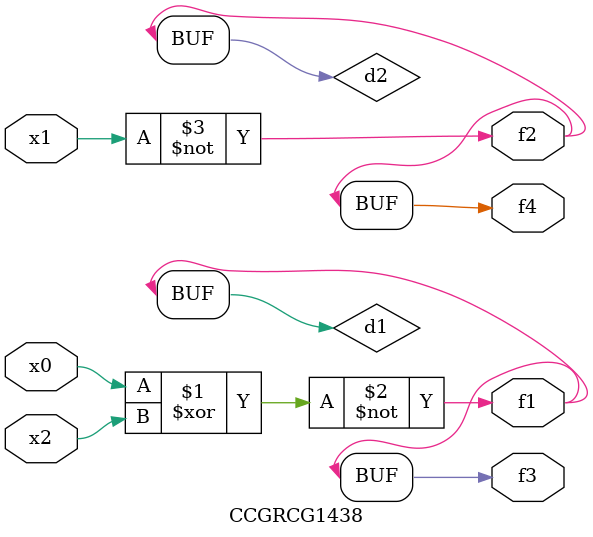
<source format=v>
module CCGRCG1438(
	input x0, x1, x2,
	output f1, f2, f3, f4
);

	wire d1, d2, d3;

	xnor (d1, x0, x2);
	nand (d2, x1);
	nor (d3, x1, x2);
	assign f1 = d1;
	assign f2 = d2;
	assign f3 = d1;
	assign f4 = d2;
endmodule

</source>
